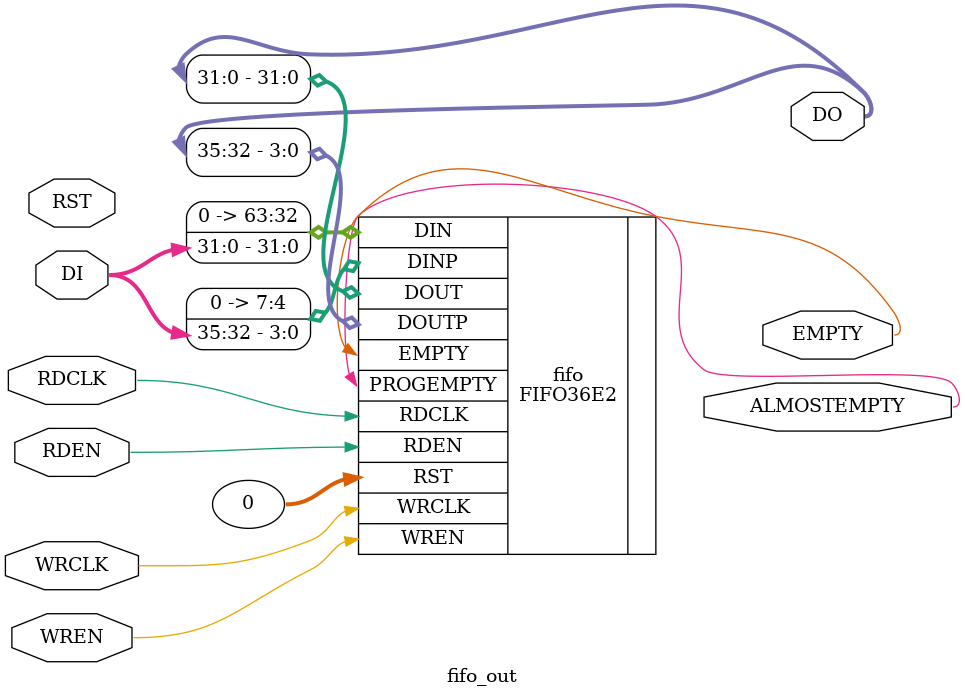
<source format=sv>
module fifo_out(
  input bit [35:0] DI,
  input bit WREN,
  input bit WRCLK,

  output bit [35:0] DO,
  input bit RDCLK,
  input bit RDEN,
  input bit RST,
  output bit EMPTY,
  output bit ALMOSTEMPTY);

   // These guys can ignore the fifo reset.

   FIFO36E2
     #(.REGISTER_MODE("REGISTERED"), .WRITE_WIDTH(36), .READ_WIDTH(36),
       .FIRST_WORD_FALL_THROUGH("TRUE"), .PROG_EMPTY_THRESH(1000))
   fifo(
     .DIN({ 32'b0, DI[31:0] }),
     .DINP({ 4'b0, DI[35:32] }),
     .WREN(WREN),
     .WRCLK(WRCLK),
     .DOUT(DO[31:0]),
     .DOUTP(DO[35:32]),
     .RDCLK(RDCLK),
     .RDEN(RDEN),
     .RST(0),
     .EMPTY(EMPTY),
     .PROGEMPTY(ALMOSTEMPTY));

endmodule

</source>
